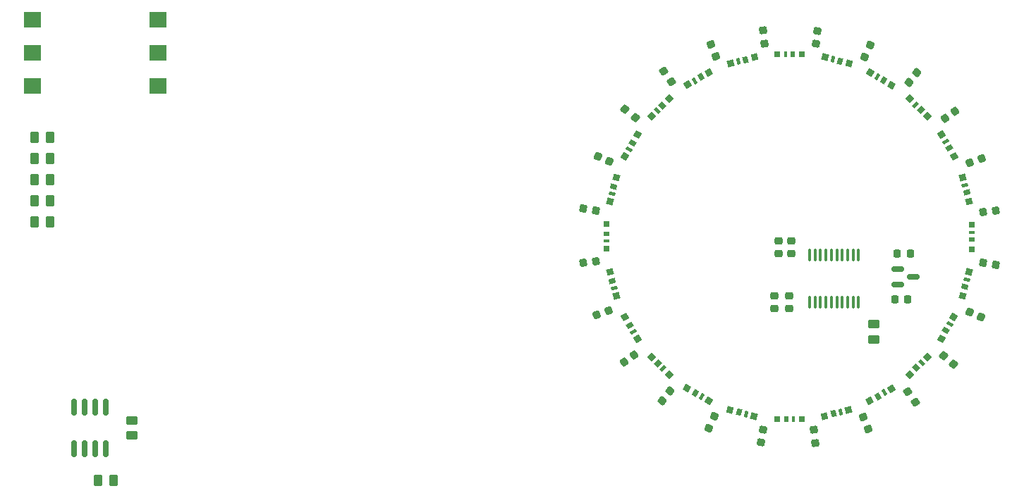
<source format=gbr>
G04 #@! TF.GenerationSoftware,KiCad,Pcbnew,7.0.2-0*
G04 #@! TF.CreationDate,2023-05-22T20:56:43-04:00*
G04 #@! TF.ProjectId,speed_joystick,73706565-645f-46a6-9f79-737469636b2e,rev?*
G04 #@! TF.SameCoordinates,Original*
G04 #@! TF.FileFunction,Paste,Top*
G04 #@! TF.FilePolarity,Positive*
%FSLAX46Y46*%
G04 Gerber Fmt 4.6, Leading zero omitted, Abs format (unit mm)*
G04 Created by KiCad (PCBNEW 7.0.2-0) date 2023-05-22 20:56:43*
%MOMM*%
%LPD*%
G01*
G04 APERTURE LIST*
G04 Aperture macros list*
%AMRoundRect*
0 Rectangle with rounded corners*
0 $1 Rounding radius*
0 $2 $3 $4 $5 $6 $7 $8 $9 X,Y pos of 4 corners*
0 Add a 4 corners polygon primitive as box body*
4,1,4,$2,$3,$4,$5,$6,$7,$8,$9,$2,$3,0*
0 Add four circle primitives for the rounded corners*
1,1,$1+$1,$2,$3*
1,1,$1+$1,$4,$5*
1,1,$1+$1,$6,$7*
1,1,$1+$1,$8,$9*
0 Add four rect primitives between the rounded corners*
20,1,$1+$1,$2,$3,$4,$5,0*
20,1,$1+$1,$4,$5,$6,$7,0*
20,1,$1+$1,$6,$7,$8,$9,0*
20,1,$1+$1,$8,$9,$2,$3,0*%
%AMRotRect*
0 Rectangle, with rotation*
0 The origin of the aperture is its center*
0 $1 length*
0 $2 width*
0 $3 Rotation angle, in degrees counterclockwise*
0 Add horizontal line*
21,1,$1,$2,0,0,$3*%
G04 Aperture macros list end*
%ADD10RoundRect,0.100000X0.100000X-0.637500X0.100000X0.637500X-0.100000X0.637500X-0.100000X-0.637500X0*%
%ADD11RoundRect,0.150000X-0.587500X-0.150000X0.587500X-0.150000X0.587500X0.150000X-0.587500X0.150000X0*%
%ADD12RoundRect,0.225000X0.225000X0.250000X-0.225000X0.250000X-0.225000X-0.250000X0.225000X-0.250000X0*%
%ADD13RoundRect,0.225000X0.250000X-0.225000X0.250000X0.225000X-0.250000X0.225000X-0.250000X-0.225000X0*%
%ADD14RoundRect,0.250000X0.450000X-0.262500X0.450000X0.262500X-0.450000X0.262500X-0.450000X-0.262500X0*%
%ADD15RoundRect,0.225000X-0.225000X-0.250000X0.225000X-0.250000X0.225000X0.250000X-0.225000X0.250000X0*%
%ADD16RoundRect,0.225000X-0.334506X0.035083X-0.070003X-0.328975X0.334506X-0.035083X0.070003X0.328975X0*%
%ADD17RoundRect,0.225000X-0.035083X-0.334506X0.328975X-0.070003X0.035083X0.334506X-0.328975X0.070003X0*%
%ADD18RotRect,0.750000X0.800000X165.000000*%
%ADD19RotRect,0.600000X0.800000X165.000000*%
%ADD20RotRect,0.400000X0.800000X165.000000*%
%ADD21RotRect,0.800000X0.800000X165.000000*%
%ADD22RoundRect,0.225000X0.035083X0.334506X-0.328975X0.070003X-0.035083X-0.334506X0.328975X-0.070003X0*%
%ADD23R,0.800000X0.750000*%
%ADD24R,0.800000X0.600000*%
%ADD25R,0.800000X0.400000*%
%ADD26R,0.800000X0.800000*%
%ADD27RoundRect,0.225000X0.334506X-0.035083X0.070003X0.328975X-0.334506X0.035083X-0.070003X-0.328975X0*%
%ADD28RoundRect,0.225000X-0.314028X0.120464X-0.152762X-0.299648X0.314028X-0.120464X0.152762X0.299648X0*%
%ADD29RoundRect,0.225000X-0.272149X0.197635X-0.225112X-0.249900X0.272149X-0.197635X0.225112X0.249900X0*%
%ADD30RotRect,0.750000X0.800000X45.000000*%
%ADD31RotRect,0.600000X0.800000X45.000000*%
%ADD32RotRect,0.400000X0.800000X45.000000*%
%ADD33RotRect,0.800000X0.800000X45.000000*%
%ADD34RotRect,0.750000X0.800000X345.000000*%
%ADD35RotRect,0.600000X0.800000X345.000000*%
%ADD36RotRect,0.400000X0.800000X345.000000*%
%ADD37RotRect,0.800000X0.800000X345.000000*%
%ADD38RotRect,0.750000X0.800000X315.000000*%
%ADD39RotRect,0.600000X0.800000X315.000000*%
%ADD40RotRect,0.400000X0.800000X315.000000*%
%ADD41RotRect,0.800000X0.800000X315.000000*%
%ADD42RotRect,0.750000X0.800000X195.000000*%
%ADD43RotRect,0.600000X0.800000X195.000000*%
%ADD44RotRect,0.400000X0.800000X195.000000*%
%ADD45RotRect,0.800000X0.800000X195.000000*%
%ADD46RotRect,0.750000X0.800000X150.000000*%
%ADD47RotRect,0.600000X0.800000X150.000000*%
%ADD48RotRect,0.400000X0.800000X150.000000*%
%ADD49RotRect,0.800000X0.800000X150.000000*%
%ADD50RotRect,0.750000X0.800000X75.000000*%
%ADD51RotRect,0.600000X0.800000X75.000000*%
%ADD52RotRect,0.400000X0.800000X75.000000*%
%ADD53RotRect,0.800000X0.800000X75.000000*%
%ADD54RotRect,0.750000X0.800000X285.000000*%
%ADD55RotRect,0.600000X0.800000X285.000000*%
%ADD56RotRect,0.400000X0.800000X285.000000*%
%ADD57RotRect,0.800000X0.800000X285.000000*%
%ADD58RotRect,0.750000X0.800000X30.000000*%
%ADD59RotRect,0.600000X0.800000X30.000000*%
%ADD60RotRect,0.400000X0.800000X30.000000*%
%ADD61RotRect,0.800000X0.800000X30.000000*%
%ADD62RoundRect,0.225000X-0.136871X0.307232X-0.319902X-0.103864X0.136871X-0.307232X0.319902X0.103864X0*%
%ADD63RotRect,0.750000X0.800000X300.000000*%
%ADD64RotRect,0.600000X0.800000X300.000000*%
%ADD65RotRect,0.400000X0.800000X300.000000*%
%ADD66RotRect,0.800000X0.800000X300.000000*%
%ADD67RotRect,0.750000X0.800000X255.000000*%
%ADD68RotRect,0.600000X0.800000X255.000000*%
%ADD69RotRect,0.400000X0.800000X255.000000*%
%ADD70RotRect,0.800000X0.800000X255.000000*%
%ADD71RotRect,0.750000X0.800000X105.000000*%
%ADD72RotRect,0.600000X0.800000X105.000000*%
%ADD73RotRect,0.400000X0.800000X105.000000*%
%ADD74RotRect,0.800000X0.800000X105.000000*%
%ADD75RoundRect,0.150000X-0.150000X0.825000X-0.150000X-0.825000X0.150000X-0.825000X0.150000X0.825000X0*%
%ADD76RotRect,0.750000X0.800000X15.000000*%
%ADD77RotRect,0.600000X0.800000X15.000000*%
%ADD78RotRect,0.400000X0.800000X15.000000*%
%ADD79RotRect,0.800000X0.800000X15.000000*%
%ADD80RoundRect,0.225000X0.197635X0.272149X-0.249900X0.225112X-0.197635X-0.272149X0.249900X-0.225112X0*%
%ADD81RoundRect,0.225000X0.272149X-0.197635X0.225112X0.249900X-0.272149X0.197635X-0.225112X-0.249900X0*%
%ADD82RoundRect,0.250000X-0.262500X-0.450000X0.262500X-0.450000X0.262500X0.450000X-0.262500X0.450000X0*%
%ADD83RoundRect,0.250000X0.262500X0.450000X-0.262500X0.450000X-0.262500X-0.450000X0.262500X-0.450000X0*%
%ADD84RotRect,0.750000X0.800000X210.000000*%
%ADD85RotRect,0.600000X0.800000X210.000000*%
%ADD86RotRect,0.400000X0.800000X210.000000*%
%ADD87RotRect,0.800000X0.800000X210.000000*%
%ADD88RoundRect,0.225000X0.136871X-0.307232X0.319902X0.103864X-0.136871X0.307232X-0.319902X-0.103864X0*%
%ADD89RoundRect,0.225000X-0.120464X-0.314028X0.299648X-0.152762X0.120464X0.314028X-0.299648X0.152762X0*%
%ADD90RotRect,0.750000X0.800000X240.000000*%
%ADD91RotRect,0.600000X0.800000X240.000000*%
%ADD92RotRect,0.400000X0.800000X240.000000*%
%ADD93RotRect,0.800000X0.800000X240.000000*%
%ADD94RoundRect,0.225000X0.211724X-0.261338X0.282120X0.183121X-0.211724X0.261338X-0.282120X-0.183121X0*%
%ADD95RoundRect,0.225000X-0.307232X-0.136871X0.103864X-0.319902X0.307232X0.136871X-0.103864X0.319902X0*%
%ADD96R,2.000000X1.900000*%
%ADD97RotRect,0.750000X0.800000X225.000000*%
%ADD98RotRect,0.600000X0.800000X225.000000*%
%ADD99RotRect,0.400000X0.800000X225.000000*%
%ADD100RotRect,0.800000X0.800000X225.000000*%
%ADD101RoundRect,0.225000X0.120464X0.314028X-0.299648X0.152762X-0.120464X-0.314028X0.299648X-0.152762X0*%
%ADD102R,0.750000X0.800000*%
%ADD103R,0.600000X0.800000*%
%ADD104R,0.400000X0.800000*%
%ADD105RoundRect,0.225000X-0.211724X0.261338X-0.282120X-0.183121X0.211724X-0.261338X0.282120X0.183121X0*%
%ADD106RoundRect,0.225000X0.261338X0.211724X-0.183121X0.282120X-0.261338X-0.211724X0.183121X-0.282120X0*%
%ADD107RoundRect,0.225000X0.052689X-0.332188X0.335884X0.017528X-0.052689X0.332188X-0.335884X-0.017528X0*%
%ADD108RoundRect,0.225000X0.307232X0.136871X-0.103864X0.319902X-0.307232X-0.136871X0.103864X-0.319902X0*%
%ADD109RotRect,0.750000X0.800000X135.000000*%
%ADD110RotRect,0.600000X0.800000X135.000000*%
%ADD111RotRect,0.400000X0.800000X135.000000*%
%ADD112RotRect,0.800000X0.800000X135.000000*%
%ADD113RotRect,0.750000X0.800000X120.000000*%
%ADD114RotRect,0.600000X0.800000X120.000000*%
%ADD115RotRect,0.400000X0.800000X120.000000*%
%ADD116RotRect,0.800000X0.800000X120.000000*%
%ADD117RoundRect,0.225000X-0.197635X-0.272149X0.249900X-0.225112X0.197635X0.272149X-0.249900X0.225112X0*%
%ADD118RoundRect,0.225000X0.332188X0.052689X-0.017528X0.335884X-0.332188X-0.052689X0.017528X-0.335884X0*%
%ADD119RoundRect,0.225000X-0.261338X-0.211724X0.183121X-0.282120X0.261338X0.211724X-0.183121X0.282120X0*%
%ADD120RoundRect,0.225000X-0.332188X-0.052689X0.017528X-0.335884X0.332188X0.052689X-0.017528X0.335884X0*%
%ADD121RotRect,0.750000X0.800000X330.000000*%
%ADD122RotRect,0.600000X0.800000X330.000000*%
%ADD123RotRect,0.400000X0.800000X330.000000*%
%ADD124RotRect,0.800000X0.800000X330.000000*%
%ADD125RoundRect,0.225000X0.314028X-0.120464X0.152762X0.299648X-0.314028X0.120464X-0.152762X-0.299648X0*%
%ADD126RoundRect,0.225000X-0.052689X0.332188X-0.335884X-0.017528X0.052689X-0.332188X0.335884X0.017528X0*%
%ADD127RotRect,0.750000X0.800000X60.000000*%
%ADD128RotRect,0.600000X0.800000X60.000000*%
%ADD129RotRect,0.400000X0.800000X60.000000*%
%ADD130RotRect,0.800000X0.800000X60.000000*%
G04 APERTURE END LIST*
D10*
X116730400Y-71409400D03*
X117380400Y-71409400D03*
X118030400Y-71409400D03*
X118680400Y-71409400D03*
X119330400Y-71409400D03*
X119980400Y-71409400D03*
X120630400Y-71409400D03*
X121280400Y-71409400D03*
X121930400Y-71409400D03*
X122580400Y-71409400D03*
X122580400Y-65684400D03*
X121930400Y-65684400D03*
X121280400Y-65684400D03*
X120630400Y-65684400D03*
X119980400Y-65684400D03*
X119330400Y-65684400D03*
X118680400Y-65684400D03*
X118030400Y-65684400D03*
X117380400Y-65684400D03*
X116730400Y-65684400D03*
D11*
X127332500Y-67376000D03*
X127332500Y-69276000D03*
X129207500Y-68326000D03*
D12*
X128791000Y-65532000D03*
X127241000Y-65532000D03*
D13*
X112522000Y-72149000D03*
X112522000Y-70599000D03*
X113017000Y-65532000D03*
X113017000Y-63982000D03*
D14*
X124460000Y-75842500D03*
X124460000Y-74017500D03*
D15*
X126946500Y-71076000D03*
X128496500Y-71076000D03*
D13*
X114554000Y-65532000D03*
X114554000Y-63982000D03*
X114300000Y-72149000D03*
X114300000Y-70599000D03*
D16*
X128485611Y-82136220D03*
X129396679Y-83390196D03*
D17*
X132936220Y-49314389D03*
X134190196Y-48403321D03*
D18*
X121434449Y-42708063D03*
D19*
X120342953Y-42415598D03*
D20*
X119492938Y-42187837D03*
D21*
X118546331Y-41934194D03*
D22*
X95663780Y-77685611D03*
X94409804Y-78596679D03*
D23*
X92370000Y-61990000D03*
D24*
X92370000Y-63120000D03*
D25*
X92370000Y-64000000D03*
D26*
X92370000Y-64980000D03*
D27*
X100114389Y-44863780D03*
X99203321Y-43609804D03*
D28*
X123178840Y-85172712D03*
X123734310Y-86619762D03*
D29*
X117266990Y-86732246D03*
X117429010Y-88273754D03*
D30*
X128739120Y-80074583D03*
D31*
X129538151Y-79275552D03*
D32*
X130160405Y-78653298D03*
D33*
X130853369Y-77960333D03*
D23*
X136230000Y-65010000D03*
D24*
X136230000Y-63880000D03*
D25*
X136230000Y-63000000D03*
D26*
X136230000Y-62020000D03*
D34*
X107165551Y-84291937D03*
D35*
X108257047Y-84584402D03*
D36*
X109107062Y-84812163D03*
D37*
X110053669Y-85065806D03*
D38*
X97725417Y-77939120D03*
D39*
X98524448Y-78738151D03*
D40*
X99146702Y-79360405D03*
D41*
X99839667Y-80053369D03*
D42*
X110082647Y-41926430D03*
D43*
X108991151Y-42218895D03*
D44*
X108141136Y-42446656D03*
D45*
X107194529Y-42700299D03*
D46*
X126572698Y-45263063D03*
D47*
X125594090Y-44698063D03*
D48*
X124831987Y-44258063D03*
D49*
X123983282Y-43768063D03*
D50*
X135091937Y-70634449D03*
D51*
X135384402Y-69542953D03*
D52*
X135612163Y-68692938D03*
D53*
X135865806Y-67746331D03*
D54*
X92726430Y-67717353D03*
D55*
X93018895Y-68808849D03*
D56*
X93246656Y-69658864D03*
D57*
X93500299Y-70605471D03*
D58*
X123957302Y-83246937D03*
D59*
X124935910Y-82681937D03*
D60*
X125698013Y-82241937D03*
D61*
X126546718Y-81751937D03*
D62*
X105253366Y-85103210D03*
X104622924Y-86519206D03*
D63*
X94553063Y-73157302D03*
D64*
X95118063Y-74135910D03*
D65*
X95558063Y-74898013D03*
D66*
X96048063Y-75746718D03*
D67*
X93508063Y-56365551D03*
D68*
X93215598Y-57457047D03*
D69*
X92987837Y-58307062D03*
D70*
X92734194Y-59253669D03*
D71*
X135873570Y-59282647D03*
D72*
X135581105Y-58191151D03*
D73*
X135353344Y-57341136D03*
D74*
X135099701Y-56394529D03*
D75*
X32220000Y-84025000D03*
X30950000Y-84025000D03*
X29680000Y-84025000D03*
X28410000Y-84025000D03*
X28410000Y-88975000D03*
X29680000Y-88975000D03*
X30950000Y-88975000D03*
X32220000Y-88975000D03*
D76*
X118517353Y-85073570D03*
D77*
X119608849Y-84781105D03*
D78*
X120458864Y-84553344D03*
D79*
X121405471Y-84299701D03*
D80*
X91067754Y-66466990D03*
X89526246Y-66629010D03*
D81*
X111333010Y-40267754D03*
X111170990Y-38726246D03*
D82*
X23687500Y-56655000D03*
X25512500Y-56655000D03*
D83*
X25512500Y-54115000D03*
X23687500Y-54115000D03*
D84*
X104642698Y-43753063D03*
D85*
X103664090Y-44318063D03*
D86*
X102901987Y-44758063D03*
D87*
X102053282Y-45248063D03*
D88*
X123346634Y-41896790D03*
X123977076Y-40480794D03*
D89*
X135972712Y-54621160D03*
X137419762Y-54065690D03*
D90*
X96063063Y-51227302D03*
D91*
X95498063Y-52205910D03*
D92*
X95058063Y-52968013D03*
D93*
X94568063Y-53816718D03*
D94*
X117447055Y-40291460D03*
X117689529Y-38760544D03*
D95*
X135903210Y-72546634D03*
X137319206Y-73177076D03*
D96*
X23450000Y-37415000D03*
X23450000Y-41415000D03*
X23450000Y-45415000D03*
X38450000Y-37415000D03*
X38450000Y-41415000D03*
X38450000Y-45415000D03*
D97*
X99860880Y-46925417D03*
D98*
X99061849Y-47724448D03*
D99*
X98439595Y-48346702D03*
D100*
X97746631Y-49039667D03*
D14*
X35395000Y-87412500D03*
X35395000Y-85587500D03*
D101*
X92627288Y-72378840D03*
X91180238Y-72934310D03*
D102*
X112790000Y-85430000D03*
D103*
X113920000Y-85430000D03*
D104*
X114800000Y-85430000D03*
D26*
X115780000Y-85430000D03*
D82*
X23687500Y-61735000D03*
X25512500Y-61735000D03*
D105*
X111152945Y-86708540D03*
X110910471Y-88239456D03*
D106*
X91091460Y-60352945D03*
X89560544Y-60110471D03*
D82*
X23687500Y-51575000D03*
X25512500Y-51575000D03*
D107*
X128629700Y-44974342D03*
X129605146Y-43769766D03*
D102*
X115810000Y-41570000D03*
D103*
X114680000Y-41570000D03*
D104*
X113800000Y-41570000D03*
D26*
X112820000Y-41570000D03*
D108*
X92696790Y-54453366D03*
X91280794Y-53822924D03*
D109*
X130874583Y-49060880D03*
D110*
X130075552Y-48261849D03*
D111*
X129453298Y-47639595D03*
D112*
X128760333Y-46946631D03*
D113*
X134046937Y-53842698D03*
D114*
X133481937Y-52864090D03*
D115*
X133041937Y-52101987D03*
D116*
X132551937Y-51253282D03*
D117*
X137532246Y-60533010D03*
X139073754Y-60370990D03*
D82*
X31307500Y-92785000D03*
X33132500Y-92785000D03*
D118*
X95774342Y-49170300D03*
X94569766Y-48194854D03*
D82*
X23687500Y-59195000D03*
X25512500Y-59195000D03*
D119*
X137508540Y-66647055D03*
X139039456Y-66889529D03*
D120*
X132825658Y-77829700D03*
X134030234Y-78805146D03*
D121*
X102027302Y-81736937D03*
D122*
X103005910Y-82301937D03*
D123*
X103768013Y-82741937D03*
D124*
X104616718Y-83231937D03*
D125*
X105421160Y-41827288D03*
X104865690Y-40380238D03*
D126*
X99970300Y-82025658D03*
X98994854Y-83230234D03*
D127*
X132536937Y-75772698D03*
D128*
X133101937Y-74794090D03*
D129*
X133541937Y-74031987D03*
D130*
X134031937Y-73183282D03*
M02*

</source>
